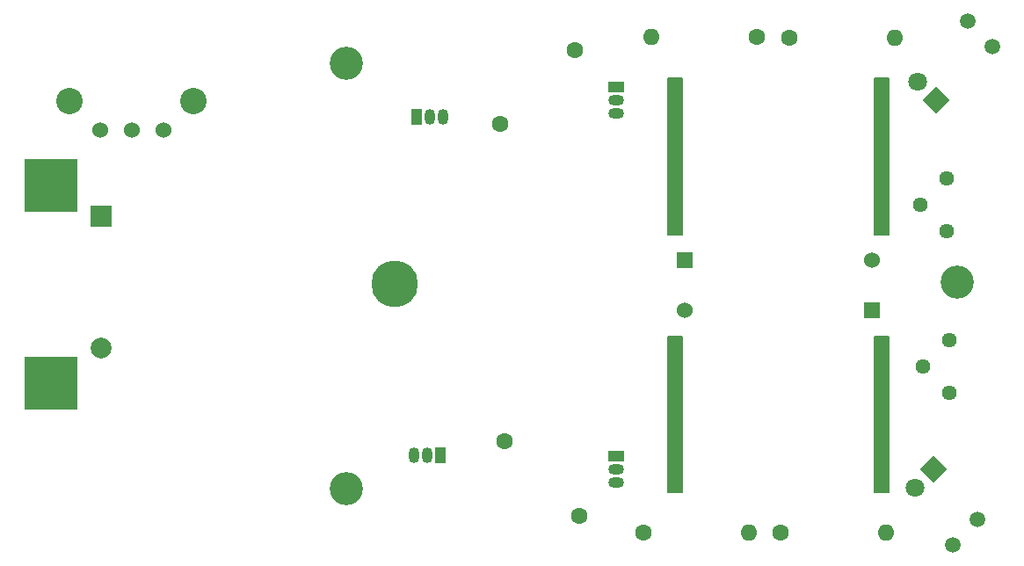
<source format=gbr>
%TF.GenerationSoftware,KiCad,Pcbnew,(6.0.2)*%
%TF.CreationDate,2022-05-16T22:42:21-04:00*%
%TF.ProjectId,Running MicroBug,52756e6e-696e-4672-904d-6963726f4275,0*%
%TF.SameCoordinates,Original*%
%TF.FileFunction,Soldermask,Bot*%
%TF.FilePolarity,Negative*%
%FSLAX46Y46*%
G04 Gerber Fmt 4.6, Leading zero omitted, Abs format (unit mm)*
G04 Created by KiCad (PCBNEW (6.0.2)) date 2022-05-16 22:42:21*
%MOMM*%
%LPD*%
G01*
G04 APERTURE LIST*
G04 Aperture macros list*
%AMHorizOval*
0 Thick line with rounded ends*
0 $1 width*
0 $2 $3 position (X,Y) of the first rounded end (center of the circle)*
0 $4 $5 position (X,Y) of the second rounded end (center of the circle)*
0 Add line between two ends*
20,1,$1,$2,$3,$4,$5,0*
0 Add two circle primitives to create the rounded ends*
1,1,$1,$2,$3*
1,1,$1,$4,$5*%
%AMRotRect*
0 Rectangle, with rotation*
0 The origin of the aperture is its center*
0 $1 length*
0 $2 width*
0 $3 Rotation angle, in degrees counterclockwise*
0 Add horizontal line*
21,1,$1,$2,0,0,$3*%
G04 Aperture macros list end*
%ADD10C,0.200000*%
%ADD11C,2.000000*%
%ADD12R,2.000000X2.000000*%
%ADD13C,4.500000*%
%ADD14C,1.524000*%
%ADD15C,2.540000*%
%ADD16C,3.200000*%
%ADD17R,5.080000X5.080000*%
%ADD18C,1.440000*%
%ADD19C,1.800000*%
%ADD20RotRect,1.800000X1.800000X225.000000*%
%ADD21R,1.050000X1.500000*%
%ADD22O,1.050000X1.500000*%
%ADD23C,1.600000*%
%ADD24HorizOval,1.600000X0.000000X0.000000X0.000000X0.000000X0*%
%ADD25C,1.500000*%
%ADD26R,1.500000X1.050000*%
%ADD27O,1.500000X1.050000*%
%ADD28O,1.600000X1.600000*%
%ADD29R,1.524000X1.524000*%
%ADD30HorizOval,1.600000X0.000000X0.000000X0.000000X0.000000X0*%
%ADD31RotRect,1.800000X1.800000X135.000000*%
G04 APERTURE END LIST*
D10*
%TO.C,M2*%
X202370000Y-107322000D02*
X201070000Y-107322000D01*
X201070000Y-107322000D02*
X201070000Y-92322000D01*
X201070000Y-92322000D02*
X202370000Y-92322000D01*
X202370000Y-92322000D02*
X202370000Y-107322000D01*
G36*
X202370000Y-107322000D02*
G01*
X201070000Y-107322000D01*
X201070000Y-92322000D01*
X202370000Y-92322000D01*
X202370000Y-107322000D01*
G37*
X182470000Y-107322000D02*
X181170000Y-107322000D01*
X181170000Y-107322000D02*
X181170000Y-92322000D01*
X181170000Y-92322000D02*
X182470000Y-92322000D01*
X182470000Y-92322000D02*
X182470000Y-107322000D01*
G36*
X182470000Y-107322000D02*
G01*
X181170000Y-107322000D01*
X181170000Y-92322000D01*
X182470000Y-92322000D01*
X182470000Y-107322000D01*
G37*
%TO.C,M1*%
X201070000Y-67503000D02*
X202370000Y-67503000D01*
X202370000Y-67503000D02*
X202370000Y-82503000D01*
X202370000Y-82503000D02*
X201070000Y-82503000D01*
X201070000Y-82503000D02*
X201070000Y-67503000D01*
G36*
X201070000Y-67503000D02*
G01*
X202370000Y-67503000D01*
X202370000Y-82503000D01*
X201070000Y-82503000D01*
X201070000Y-67503000D01*
G37*
X181170000Y-67503000D02*
X182470000Y-67503000D01*
X182470000Y-67503000D02*
X182470000Y-82503000D01*
X182470000Y-82503000D02*
X181170000Y-82503000D01*
X181170000Y-82503000D02*
X181170000Y-67503000D01*
G36*
X181170000Y-67503000D02*
G01*
X182470000Y-67503000D01*
X182470000Y-82503000D01*
X181170000Y-82503000D01*
X181170000Y-67503000D01*
G37*
%TD*%
D11*
%TO.C,BT1*%
X126512500Y-93472000D03*
D12*
X126512500Y-80772000D03*
D13*
X154812500Y-87272000D03*
%TD*%
D14*
%TO.C,SW1*%
X132548000Y-72494000D03*
X129500000Y-72494000D03*
X126452000Y-72494000D03*
D15*
X135469000Y-69700000D03*
X123531000Y-69700000D03*
%TD*%
D16*
%TO.C,REF\u002A\u002A*%
X209000000Y-87122000D03*
%TD*%
%TO.C,REF\u002A\u002A*%
X150200000Y-107000000D03*
%TD*%
%TO.C,REF\u002A\u002A*%
X150200000Y-66000000D03*
%TD*%
D17*
%TO.C,REF\u002A\u002A*%
X121700000Y-96800000D03*
X121700000Y-77800000D03*
%TD*%
D18*
%TO.C,RV2*%
X208000000Y-77145000D03*
X205460000Y-79685000D03*
X208000000Y-82225000D03*
%TD*%
%TO.C,RV1*%
X208265000Y-92710000D03*
X205725000Y-95250000D03*
X208265000Y-97790000D03*
%TD*%
D19*
%TO.C,D1*%
X204959949Y-106952051D03*
D20*
X206756000Y-105156000D03*
%TD*%
D21*
%TO.C,T3*%
X156972000Y-71226000D03*
D22*
X158242000Y-71226000D03*
X159512000Y-71226000D03*
%TD*%
D23*
%TO.C,R5*%
X165000000Y-71900000D03*
D24*
X172184205Y-64715795D03*
%TD*%
D25*
%TO.C,LDR1*%
X211000000Y-110000000D03*
X208595837Y-112404163D03*
%TD*%
D21*
%TO.C,T1*%
X159258000Y-103780000D03*
D22*
X157988000Y-103780000D03*
X156718000Y-103780000D03*
%TD*%
D25*
%TO.C,LDR2*%
X212404163Y-64404163D03*
X210000000Y-62000000D03*
%TD*%
D26*
%TO.C,T2*%
X176170000Y-103886000D03*
D27*
X176170000Y-105156000D03*
X176170000Y-106426000D03*
%TD*%
D23*
%TO.C,R3*%
X192024000Y-111252000D03*
D28*
X202184000Y-111252000D03*
%TD*%
D14*
%TO.C,M2*%
X182770000Y-89822000D03*
D29*
X200770000Y-89822000D03*
%TD*%
D28*
%TO.C,R6*%
X202980000Y-63600000D03*
D23*
X192820000Y-63600000D03*
%TD*%
%TO.C,R2*%
X165407898Y-102407898D03*
D30*
X172592103Y-109592103D03*
%TD*%
D27*
%TO.C,T4*%
X176170000Y-70866000D03*
X176170000Y-69596000D03*
D26*
X176170000Y-68326000D03*
%TD*%
D31*
%TO.C,D2*%
X207010000Y-69596000D03*
D19*
X205213949Y-67799949D03*
%TD*%
D23*
%TO.C,R4*%
X189738000Y-63500000D03*
D28*
X179578000Y-63500000D03*
%TD*%
D29*
%TO.C,M1*%
X182770000Y-85003000D03*
D14*
X200770000Y-85003000D03*
%TD*%
D23*
%TO.C,R1*%
X178816000Y-111252000D03*
D28*
X188976000Y-111252000D03*
%TD*%
M02*

</source>
